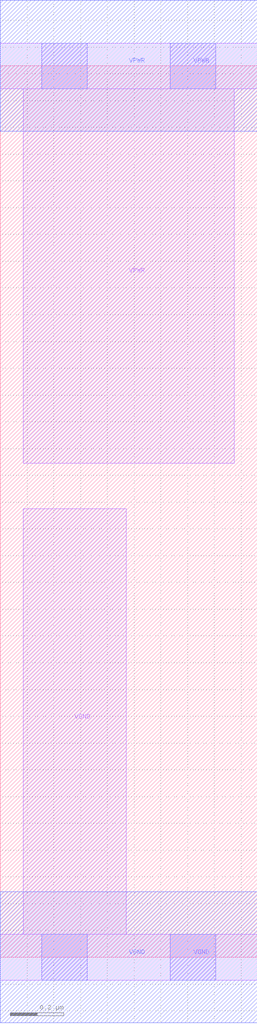
<source format=lef>
# Copyright 2020 The SkyWater PDK Authors
#
# Licensed under the Apache License, Version 2.0 (the "License");
# you may not use this file except in compliance with the License.
# You may obtain a copy of the License at
#
#     https://www.apache.org/licenses/LICENSE-2.0
#
# Unless required by applicable law or agreed to in writing, software
# distributed under the License is distributed on an "AS IS" BASIS,
# WITHOUT WARRANTIES OR CONDITIONS OF ANY KIND, either express or implied.
# See the License for the specific language governing permissions and
# limitations under the License.
#
# SPDX-License-Identifier: Apache-2.0

VERSION 5.7 ;
  NAMESCASESENSITIVE ON ;
  NOWIREEXTENSIONATPIN ON ;
  DIVIDERCHAR "/" ;
  BUSBITCHARS "[]" ;
UNITS
  DATABASE MICRONS 200 ;
END UNITS
MACRO sky130_fd_sc_ls__decaphe_2
  CLASS CORE ;
  SOURCE USER ;
  FOREIGN sky130_fd_sc_ls__decaphe_2 ;
  ORIGIN  0.000000  0.000000 ;
  SIZE  0.960000 BY  3.330000 ;
  SYMMETRY X Y R90 ;
  SITE unit ;
  PIN VGND
    DIRECTION INOUT ;
    SHAPE ABUTMENT ;
    USE GROUND ;
    PORT
      LAYER li1 ;
        RECT 0.000000 -0.085000 0.960000 0.085000 ;
        RECT 0.085000  0.085000 0.470000 1.675000 ;
      LAYER mcon ;
        RECT 0.155000 -0.085000 0.325000 0.085000 ;
        RECT 0.635000 -0.085000 0.805000 0.085000 ;
      LAYER met1 ;
        RECT 0.000000 -0.245000 0.960000 0.245000 ;
    END
  END VGND
  PIN VPWR
    DIRECTION INOUT ;
    SHAPE ABUTMENT ;
    USE POWER ;
    PORT
      LAYER li1 ;
        RECT 0.000000 3.245000 0.960000 3.415000 ;
        RECT 0.085000 1.845000 0.875000 3.245000 ;
      LAYER mcon ;
        RECT 0.155000 3.245000 0.325000 3.415000 ;
        RECT 0.635000 3.245000 0.805000 3.415000 ;
      LAYER met1 ;
        RECT 0.000000 3.085000 0.960000 3.575000 ;
    END
  END VPWR
END sky130_fd_sc_ls__decaphe_2

</source>
